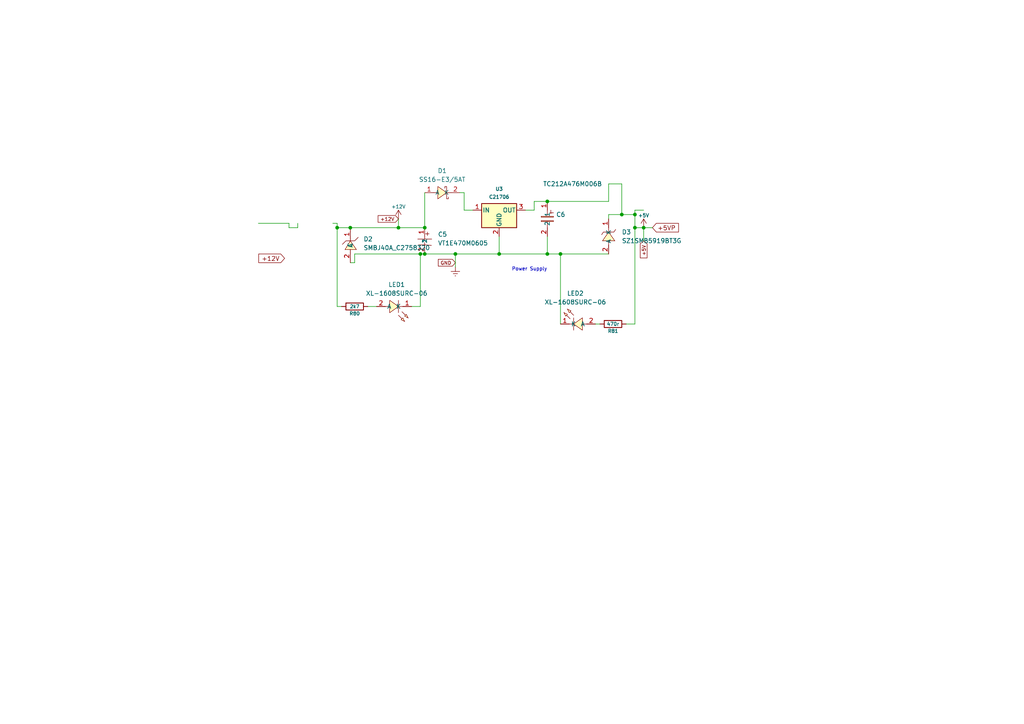
<source format=kicad_sch>
(kicad_sch (version 20231120) (generator "eeschema") (generator_version "8.0")
  (paper "A4")
  (lib_symbols
    (symbol "Device:R" (pin_numbers hide) (pin_names (offset 0))
      (property "Reference" "R" (at 2.032 0 90))
      (property "Value" "R" (at 0 0 90))
      (symbol "R_0_1"
        (rectangle (start -1.016 -2.54) (end 1.016 2.54) (stroke (width 0.254)))
      )
      (symbol "R_1_1"
        (pin passive line (at 0 3.81 270) (length 1.27) (name "~") (number "1"))
        (pin passive line (at 0 -3.81 90) (length 1.27) (name "~") (number "2"))
      )
    )
    (symbol "Regulator_Linear:L7805" (pin_names (offset 0.254))
      (property "Reference" "U" (at -3.81 3.175 0))
      (property "Value" "L7805" (at 0 3.175 0))
      (symbol "L7805_0_1"
        (rectangle (start -5.08 1.905) (end 5.08 -5.08) (stroke (width 0.254)) (fill (type background)))
      )
      (symbol "L7805_1_1"
        (pin power_in line (at -7.62 0 0) (length 2.54) (name "IN") (number "1"))
        (pin power_in line (at 0 -7.62 90) (length 2.54) (name "GND") (number "2"))
        (pin power_out line (at 7.62 0 180) (length 2.54) (name "OUT") (number "3"))
      )
    )
    (symbol "easyeda2kicad:3SMBJ5919B-TP"
      (property "Reference" "D" (at 0 5.08 0))
      (property "Value" "3SMBJ5919B-TP" (at 0 -5.08 0))
      (symbol "3SMBJ5919B-TP_0_1"
        (polyline (pts (xy -1.27 0) (xy -2.54 0)))
        (polyline (pts (xy 2.54 0) (xy 1.27 0)))
        (polyline (pts (xy -2.03 2.03) (xy -1.27 1.52) (xy -1.27 -1.52) (xy -0.51 -2.03)))
        (polyline (pts (xy 1.27 1.78) (xy -1.27 0) (xy 1.27 -1.78) (xy 1.27 1.78)) (fill (type background)))
        (pin unspecified line (at -5.08 0 0) (length 2.54) (name "K") (number "1"))
        (pin unspecified line (at 5.08 0 180) (length 2.54) (name "A") (number "2"))
      )
    )
    (symbol "easyeda2kicad:SMBJ40A_C2758320"
      (property "Reference" "D" (at 0 5.08 0))
      (property "Value" "SMBJ40A_C2758320" (at 0 -5.08 0))
      (symbol "SMBJ40A_C2758320_0_1"
        (polyline (pts (xy -3.56 2.29) (xy -2.54 1.27) (xy -2.54 -1.27) (xy -1.52 -2.29)))
        (polyline (pts (xy 0 -1.52) (xy -2.54 0) (xy 0 1.78) (xy 0 -1.52)) (fill (type background)))
        (pin unspecified line (at -6.35 0 0) (length 3.81) (name "C") (number "1"))
        (pin unspecified line (at 3.81 0 180) (length 3.81) (name "A") (number "2"))
      )
    )
    (symbol "easyeda2kicad:SS16-E3_5AT"
      (property "Reference" "D" (at 0 5.08 0))
      (property "Value" "SS16-E3/5AT" (at 0 -5.08 0))
      (symbol "SS16-E3_5AT_0_1"
        (polyline (pts (xy -1.27 0) (xy -2.54 0)))
        (polyline (pts (xy 2.54 0) (xy 1.27 0)))
        (polyline (pts (xy 1.27 1.78) (xy -1.27 0) (xy 1.27 -1.78) (xy 1.27 1.78)) (fill (type background)))
        (polyline (pts (xy -1.78 1.27) (xy -1.78 1.78) (xy -1.27 1.78) (xy -1.27 -1.78) (xy -0.76 -1.78) (xy -0.76 -1.27)))
        (pin unspecified line (at 5.08 0 180) (length 2.54) (name "A") (number "1"))
        (pin unspecified line (at -5.08 0 0) (length 2.54) (name "K") (number "2"))
      )
    )
    (symbol "easyeda2kicad:TC212A476M006B"
      (property "Reference" "C6" (at 1.2701 -2.54 90))
      (property "Value" "TC212A476M006B" (at -1.2699 -2.54 90))
      (symbol "TC212A476M006B_0_1"
        (rectangle (start -0.76 1.78) (end -0.51 -1.78) (fill (type background)))
        (polyline (pts (xy -2.54 0) (xy -0.76 0)))
        (polyline (pts (xy 2.54 0) (xy 1.02 0)))
        (rectangle (start 0.51 1.78) (end 0.76 -1.78) (fill (type background)))
        (rectangle (start 1.52 -1.02) (end 2.54 -1.02) (fill (type background)))
        (rectangle (start 1.78 -0.76) (end 1.78 -1.78) (fill (type background)))
        (pin unspecified line (at 5.08 0 180) (length 2.54) (name "1") (number "1"))
        (pin unspecified line (at -5.08 0 0) (length 2.54) (name "2") (number "2"))
      )
    )
    (symbol "easyeda2kicad:VT1E470M0605"
      (property "Reference" "C" (at 0 5.08 0))
      (property "Value" "VT1E470M0605" (at 0 -5.08 0))
      (symbol "VT1E470M0605_0_1"
        (polyline (pts (xy -2.54 0.76) (xy -1.52 0.76)))
        (polyline (pts (xy -2.03 1.27) (xy -2.03 0.25)))
        (polyline (pts (xy -1.27 0) (xy -0.51 0)))
        (polyline (pts (xy -0.51 2.03) (xy -0.51 -2.03)))
        (polyline (pts (xy 0.51 0) (xy 1.27 0)))
        (arc (start 1.33 1.95) (mid 1.22 -2) (end 1.21 -1.83))
        (pin input line (at -3.81 0 0) (length 2.54) (name "1") (number "1"))
        (pin input line (at 3.81 0 180) (length 2.54) (name "2") (number "2"))
      )
    )
    (symbol "easyeda2kicad:XL-1608SURC-06"
      (property "Reference" "LED" (at 0 5.08 0))
      (property "Value" "XL-1608SURC-06" (at 0 -5.08 0))
      (symbol "XL-1608SURC-06_0_1"
        (polyline (pts (xy -1.27 0) (xy -2.54 0)))
        (polyline (pts (xy -1.27 1.78) (xy -1.27 -1.78)))
        (polyline (pts (xy 2.54 0) (xy 1.27 0)))
        (polyline (pts (xy -2.29 1.52) (xy -3.3 2.54) (xy -2.29 1.52)) (fill (type background)))
        (polyline (pts (xy -1.27 2.54) (xy -2.29 3.56) (xy -1.27 2.54)) (fill (type background)))
        (polyline (pts (xy -4.06 3.3) (xy -3.05 2.79) (xy -3.56 2.29) (xy -4.06 3.3)) (fill (type background)))
        (polyline (pts (xy -3.05 4.32) (xy -2.03 3.81) (xy -2.54 3.3) (xy -3.05 4.32)) (fill (type background)))
        (polyline (pts (xy 1.27 1.78) (xy -1.27 0) (xy 1.27 -1.78) (xy 1.27 1.78)) (fill (type background)))
        (pin unspecified line (at -5.08 0 0) (length 2.54) (name "K") (number "1"))
        (pin unspecified line (at 5.08 0 180) (length 2.54) (name "A") (number "2"))
      )
    )
    (symbol "power:+12V" (power) (pin_names (offset 0))
      (property "Value" "+12V" (at 0 3.556 0))
      (symbol "+12V_0_1"
        (polyline (pts (xy -0.762 1.27) (xy 0 2.54)))
        (polyline (pts (xy 0 0) (xy 0 2.54)))
        (polyline (pts (xy 0 2.54) (xy 0.762 1.27)))
      )
      (symbol "+12V_1_1"
        (pin power_in line (at 0 0 90) (length 0) hide (name "+12V") (number "1"))
      )
    )
    (symbol "power:+5V" (power) (pin_names (offset 0))
      (property "Value" "+5V" (at 0 3.556 0))
      (symbol "+5V_0_1"
        (polyline (pts (xy -0.762 1.27) (xy 0 2.54)))
        (polyline (pts (xy 0 0) (xy 0 2.54)))
        (polyline (pts (xy 0 2.54) (xy 0.762 1.27)))
      )
      (symbol "+5V_1_1"
        (pin power_in line (at 0 0 90) (length 0) hide (name "+5V") (number "1"))
      )
    )
    (symbol "power:Earth" (power) (pin_names (offset 0))
      (symbol "Earth_0_1"
        (polyline (pts (xy -0.635 -1.905) (xy 0.635 -1.905)))
        (polyline (pts (xy -0.127 -2.54) (xy 0.127 -2.54)))
        (polyline (pts (xy 0 -1.27) (xy 0 0)))
        (polyline (pts (xy 1.27 -1.27) (xy -1.27 -1.27)))
      )
      (symbol "Earth_1_1"
        (pin power_in line (at 0 0 270) (length 0) hide (name "Earth") (number "1"))
      )
    )
  )
  (junction (at 180.34 62.23))
  (junction (at 132.08 73.66))
  (junction (at 184.15 66.04))
  (junction (at 186.69 66.04))
  (junction (at 115.57 66.04))
  (junction (at 97.79 66.04))
  (junction (at 144.78 73.66))
  (junction (at 158.75 73.66))
  (junction (at 162.56 73.66))
  (junction (at 123.19 73.66))
  (junction (at 158.75 58.42))
  (junction (at 184.15 62.23))
  (junction (at 121.92 73.66))
  (junction (at 101.6 66.04))
  (junction (at 123.19 66.04))
  (wire (pts (xy 115.57 66.04) (xy 123.19 66.04)))
  (wire (pts (xy 152.4 60.96) (xy 154.94 60.96)))
  (wire (pts (xy 97.79 66.04) (xy 101.6 66.04)))
  (wire (pts (xy 97.79 66.04) (xy 97.79 88.9)))
  (wire (pts (xy 121.92 73.66) (xy 123.19 73.66)))
  (wire (pts (xy 102.87 73.66) (xy 121.92 73.66)))
  (wire (pts (xy 134.62 55.88) (xy 133.35 55.88)))
  (wire (pts (xy 154.94 60.96) (xy 154.94 58.42)))
  (wire (pts (xy 180.34 53.34) (xy 180.34 62.23)))
  (wire (pts (xy 134.62 60.96) (xy 134.62 55.88)))
  (wire (pts (xy 184.15 66.04) (xy 186.69 66.04)))
  (wire (pts (xy 158.75 73.66) (xy 162.56 73.66)))
  (wire (pts (xy 123.19 55.88) (xy 123.19 66.04)))
  (wire (pts (xy 162.56 73.66) (xy 176.53 73.66)))
  (wire (pts (xy 158.75 68.58) (xy 158.75 73.66)))
  (wire (pts (xy 184.15 93.98) (xy 184.15 66.04)))
  (wire (pts (xy 121.92 73.66) (xy 121.92 88.9)))
  (wire (pts (xy 97.79 88.9) (xy 99.06 88.9)))
  (wire (pts (xy 97.79 64.77) (xy 97.79 66.04)))
  (wire (pts (xy 123.19 73.66) (xy 132.08 73.66)))
  (wire (pts (xy 180.34 62.23) (xy 184.15 62.23)))
  (wire (pts (xy 176.53 58.42) (xy 158.75 58.42)))
  (wire (pts (xy 189.23 66.04) (xy 186.69 66.04)))
  (wire (pts (xy 176.53 53.34) (xy 176.53 58.42)))
  (wire (pts (xy 186.69 60.96) (xy 184.15 60.96)))
  (wire (pts (xy 96.52 64.77) (xy 97.79 64.77)))
  (wire (pts (xy 176.53 53.34) (xy 180.34 53.34)))
  (wire (pts (xy 74.93 64.77) (xy 83.82 64.77)))
  (wire (pts (xy 132.08 73.66) (xy 144.78 73.66)))
  (wire (pts (xy 162.56 73.66) (xy 162.56 93.98)))
  (wire (pts (xy 115.57 63.5) (xy 115.57 66.04)))
  (wire (pts (xy 102.87 76.2) (xy 101.6 76.2)))
  (wire (pts (xy 83.82 66.04) (xy 86.36 66.04)))
  (wire (pts (xy 172.72 93.98) (xy 173.99 93.98)))
  (wire (pts (xy 86.36 64.77) (xy 86.36 66.04)))
  (wire (pts (xy 132.08 77.47) (xy 132.08 73.66)))
  (wire (pts (xy 154.94 58.42) (xy 158.75 58.42)))
  (wire (pts (xy 176.53 62.23) (xy 176.53 63.5)))
  (wire (pts (xy 144.78 73.66) (xy 158.75 73.66)))
  (wire (pts (xy 186.69 69.85) (xy 186.69 66.04)))
  (wire (pts (xy 184.15 60.96) (xy 184.15 62.23)))
  (wire (pts (xy 144.78 68.58) (xy 144.78 73.66)))
  (wire (pts (xy 184.15 62.23) (xy 184.15 66.04)))
  (wire (pts (xy 134.62 60.96) (xy 137.16 60.96)))
  (wire (pts (xy 102.87 73.66) (xy 102.87 76.2)))
  (wire (pts (xy 181.61 93.98) (xy 184.15 93.98)))
  (wire (pts (xy 101.6 66.04) (xy 115.57 66.04)))
  (wire (pts (xy 119.38 88.9) (xy 121.92 88.9)))
  (wire (pts (xy 180.34 62.23) (xy 176.53 62.23)))
  (wire (pts (xy 109.22 88.9) (xy 106.68 88.9)))
  (wire (pts (xy 83.82 64.77) (xy 83.82 66.04)))
  (text "Power Supply" (at 158.75 78.74 0) (effects (font (size 1 1)) (justify right bottom)))
  (global_label "GND" (shape input) (at 132.08 76.2 180) (effects (font (size 1 1))) (property "Intersheetrefs" "${INTERSHEET_REFS}" (effects (hide yes))))
  (global_label "+12V" (shape input) (at 115.57 63.5 180) (effects (font (size 1 1))) (property "Intersheetrefs" "${INTERSHEET_REFS}" (effects (hide yes))))
  (global_label "+5V" (shape input) (at 186.69 69.85 270) (effects (font (size 1 1))) (property "Intersheetrefs" "${INTERSHEET_REFS}" (effects (hide yes))))
  (global_label "+5VP" (shape input) (at 189.23 66.04 0) (property "Intersheetrefs" "${INTERSHEET_REFS}" (effects (hide yes))))
  (global_label "+12V" (shape input) (at 82.55 74.93 180) (property "Intersheetrefs" "${INTERSHEET_REFS}" (effects (hide yes))))
  (symbol (lib_id "Regulator_Linear:L7805") (at 144.78 60.96 0) (unit 1)
    (property "Reference" "U3" (at 144.78 54.8132 0) (effects (font (size 1 1))))
    (property "Value" "C21706" (at 144.78 57.1246 0) (effects (font (size 1 1))))
    (property "Footprint" "easyeda2kicad:TO-252-2_L6.5-W6.2-P4.57-LS10.0-BR-CW" (effects (hide yes)))
    (property "Datasheet" "http://www.st.com/content/ccc/resource/technical/document/datasheet/41/4f/b3/b0/12/d4/47/88/CD00000444.pdf/files/CD00000444.pdf/jcr:content/translations/en.CD00000444.pdf" (effects (hide yes)))
    (property "LCSC" "C21706" (effects (hide yes)))
    (property "Rot" "0" (effects (hide yes)))
  )
  (symbol (lib_id "easyeda2kicad:XL-1608SURC-06") (at 114.3 88.9 180) (unit 1)
    (property "Reference" "LED1" (at 115.06 82.55 0))
    (property "Value" "XL-1608SURC-06" (at 115.06 85.09 0))
    (property "Footprint" "easyeda2kicad:LED0603-RD_RED" (effects (hide yes)))
    (property "LCSC Part" "C5355446" (effects (hide yes)))
  )
  (symbol (lib_id "easyeda2kicad:SMBJ40A_C2758320") (at 101.6 72.39 270) (unit 1)
    (property "Reference" "D2" (at 105.41 69.3399 90) (effects (justify left)))
    (property "Value" "SMBJ40A_C2758320" (at 105.41 71.8799 90) (effects (justify left)))
    (property "Footprint" "easyeda2kicad:SMB_L4.6-W3.6-LS5.3-RD" (effects (hide yes)))
    (property "LCSC Part" "C2758320" (effects (hide yes)))
  )
  (symbol (lib_id "power:+5V") (at 186.69 66.04 0) (unit 1)
    (property "Reference" "#PWR0141" (effects (hide yes)))
    (property "Value" "+5V" (at 186.69 62.484 0) (effects (font (size 1 1))))
  )
  (symbol (lib_id "Device:R") (at 102.87 88.9 270) (unit 1)
    (property "Reference" "R80" (at 102.87 90.932 90) (effects (font (size 1 1))))
    (property "Value" "2k7" (at 102.87 88.9 90) (effects (font (size 1 1))))
    (property "Footprint" "easyeda2kicad:R0603" (effects (hide yes)))
    (property "MPN" "C13167" (effects (hide yes)))
    (property "LCSC" "C13167" (effects (hide yes)))
    (property "Rot" "0" (effects (hide yes)))
  )
  (symbol (lib_id "easyeda2kicad:VT1E470M0605") (at 123.19 69.85 270) (unit 1)
    (property "Reference" "C5" (at 127 67.9749 90) (effects (justify left)))
    (property "Value" "VT1E470M0605" (at 127 70.5149 90) (effects (justify left)))
    (property "Footprint" "easyeda2kicad:CAP-SMD_BD6.3-L6.6-W6.6-FD" (effects (hide yes)))
    (property "Datasheet" "https://lcsc.com/product-detail/Aluminum-Electrolytic-Capacitors-SMD_47uF-20-25V_C141425.html" (effects (hide yes)))
    (property "LCSC Part" "C141425" (effects (hide yes)))
  )
  (symbol (lib_id "Device:R") (at 177.8 93.98 270) (unit 1)
    (property "Reference" "R81" (at 177.8 96.012 90) (effects (font (size 1 1))))
    (property "Value" "470r" (at 177.8 93.98 90) (effects (font (size 1 1))))
    (property "Footprint" "easyeda2kicad:R0805" (effects (hide yes)))
    (property "MPN" " C17710" (effects (hide yes)))
    (property "LCSC" "C17710" (effects (hide yes)))
    (property "Rot" "0" (effects (hide yes)))
  )
  (symbol (lib_id "easyeda2kicad:TC212A476M006B") (at 158.75 63.5 90) (unit 1)
    (property "Reference" "C6" (at 161.29 62.2299 90) (effects (justify right)))
    (property "Value" "TC212A476M006B" (at 157.48 53.34 90) (effects (justify right)))
    (property "Footprint" "easyeda2kicad:CAP-SMD_L3.2-W1.6-FD" (effects (hide yes)))
    (property "Datasheet" "https://lcsc.com/product-detail/Tantalum-Capacitors_Sunlord-TC212A476M006B_C726165.html" (effects (hide yes)))
    (property "LCSC Part" "C726165" (effects (hide yes)))
  )
  (symbol (lib_id "power:+12V") (at 115.57 63.5 0) (unit 1)
    (property "Reference" "#PWR0139" (effects (hide yes)))
    (property "Value" "+12V" (at 115.57 59.944 0) (effects (font (size 1 1))))
  )
  (symbol (lib_id "easyeda2kicad:SS16-E3_5AT") (at 128.27 55.88 180) (unit 1)
    (property "Reference" "D1" (at 128.27 49.53 0))
    (property "Value" "SS16-E3/5AT" (at 128.27 52.07 0))
    (property "Footprint" "easyeda2kicad:SMA_L4.4-W2.8-LS5.4-R-RD" (effects (hide yes)))
    (property "Datasheet" "https://lcsc.com/product-detail/Schottky-Barrier-Diodes-SBD_Vishay-Intertech-SS16-E3-5AT_C511401.html" (effects (hide yes)))
    (property "LCSC Part" "C511401" (effects (hide yes)))
  )
  (symbol (lib_id "power:Earth") (at 132.08 77.47 0) (unit 1)
    (property "Reference" "#PWR0140" (effects (hide yes)))
    (property "Value" "Earth" (effects (hide yes)))
  )
  (symbol (lib_id "easyeda2kicad:XL-1608SURC-06") (at 167.64 93.98 0) (unit 1)
    (property "Reference" "LED2" (at 166.88 85.09 0))
    (property "Value" "XL-1608SURC-06" (at 166.88 87.63 0))
    (property "Footprint" "easyeda2kicad:LED0603-RD_RED" (effects (hide yes)))
    (property "LCSC Part" "C5355446" (effects (hide yes)))
  )
  (symbol (lib_id "easyeda2kicad:3SMBJ5919B-TP") (at 176.53 68.58 270) (unit 1)
    (property "Reference" "D3" (at 180.34 67.3099 90) (effects (justify left)))
    (property "Value" "SZ1SMB5919BT3G" (at 180.34 69.8499 90) (effects (justify left)))
    (property "Footprint" "easyeda2kicad:SMB_L4.6-W3.6-LS5.3-RD" (effects (hide yes)))
    (property "Datasheet" "https://wmsc.lcsc.com/wmsc/upload/file/pdf/v2/lcsc/2210210030_onsemi-SZ1SMB5919BT3G_C463423.pdf" (effects (hide yes)))
    (property "LCSC Part" "C463423" (effects (hide yes)))
  )
)
</source>
